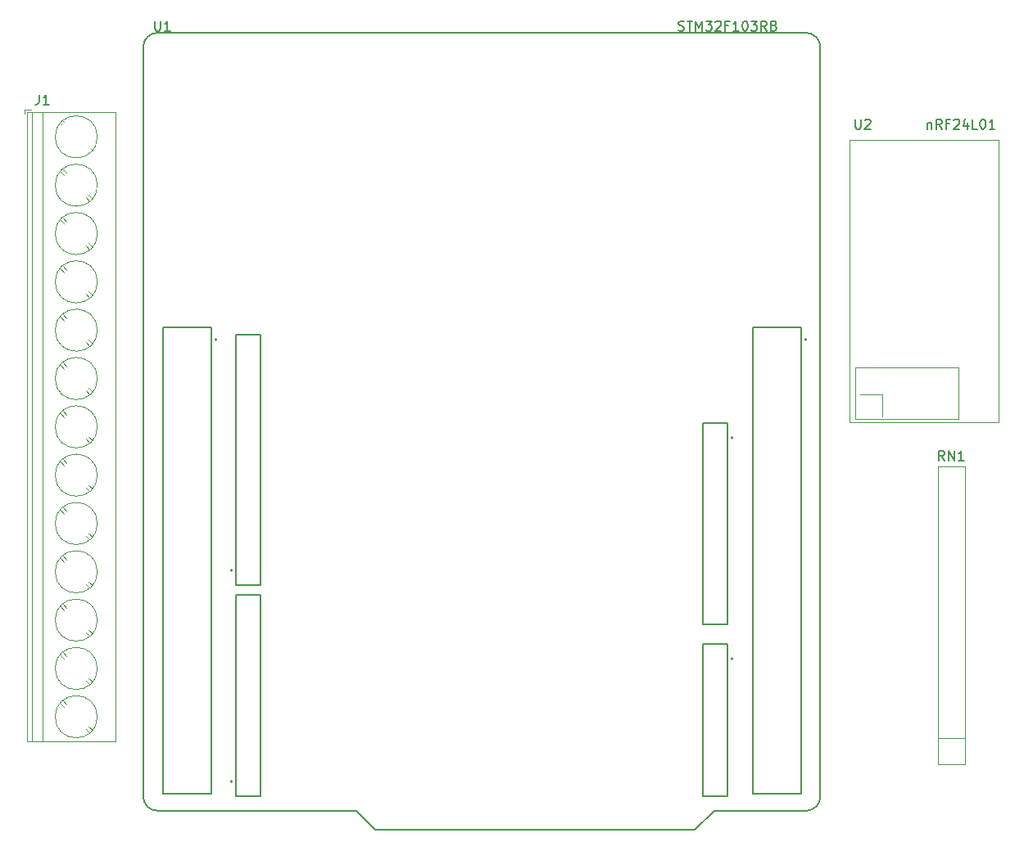
<source format=gto>
G04 #@! TF.GenerationSoftware,KiCad,Pcbnew,(6.0.11)*
G04 #@! TF.CreationDate,2023-03-04T13:29:58-06:00*
G04 #@! TF.ProjectId,STM,53544d2e-6b69-4636-9164-5f7063625858,rev?*
G04 #@! TF.SameCoordinates,Original*
G04 #@! TF.FileFunction,Legend,Top*
G04 #@! TF.FilePolarity,Positive*
%FSLAX46Y46*%
G04 Gerber Fmt 4.6, Leading zero omitted, Abs format (unit mm)*
G04 Created by KiCad (PCBNEW (6.0.11)) date 2023-03-04 13:29:58*
%MOMM*%
%LPD*%
G01*
G04 APERTURE LIST*
%ADD10C,0.150000*%
%ADD11C,0.127000*%
%ADD12C,0.200000*%
%ADD13C,0.120000*%
%ADD14R,1.530000X1.530000*%
%ADD15C,1.530000*%
%ADD16R,1.605000X1.605000*%
%ADD17C,1.605000*%
%ADD18C,3.000000*%
%ADD19R,2.600000X2.600000*%
%ADD20C,2.600000*%
%ADD21C,3.200000*%
%ADD22R,1.700000X1.700000*%
%ADD23C,1.700000*%
%ADD24R,1.600000X1.600000*%
%ADD25O,1.600000X1.600000*%
G04 APERTURE END LIST*
D10*
X121952380Y-58824761D02*
X122095238Y-58872380D01*
X122333333Y-58872380D01*
X122428571Y-58824761D01*
X122476190Y-58777142D01*
X122523809Y-58681904D01*
X122523809Y-58586666D01*
X122476190Y-58491428D01*
X122428571Y-58443809D01*
X122333333Y-58396190D01*
X122142857Y-58348571D01*
X122047619Y-58300952D01*
X122000000Y-58253333D01*
X121952380Y-58158095D01*
X121952380Y-58062857D01*
X122000000Y-57967619D01*
X122047619Y-57920000D01*
X122142857Y-57872380D01*
X122380952Y-57872380D01*
X122523809Y-57920000D01*
X122809523Y-57872380D02*
X123380952Y-57872380D01*
X123095238Y-58872380D02*
X123095238Y-57872380D01*
X123714285Y-58872380D02*
X123714285Y-57872380D01*
X124047619Y-58586666D01*
X124380952Y-57872380D01*
X124380952Y-58872380D01*
X124761904Y-57872380D02*
X125380952Y-57872380D01*
X125047619Y-58253333D01*
X125190476Y-58253333D01*
X125285714Y-58300952D01*
X125333333Y-58348571D01*
X125380952Y-58443809D01*
X125380952Y-58681904D01*
X125333333Y-58777142D01*
X125285714Y-58824761D01*
X125190476Y-58872380D01*
X124904761Y-58872380D01*
X124809523Y-58824761D01*
X124761904Y-58777142D01*
X125761904Y-57967619D02*
X125809523Y-57920000D01*
X125904761Y-57872380D01*
X126142857Y-57872380D01*
X126238095Y-57920000D01*
X126285714Y-57967619D01*
X126333333Y-58062857D01*
X126333333Y-58158095D01*
X126285714Y-58300952D01*
X125714285Y-58872380D01*
X126333333Y-58872380D01*
X127095238Y-58348571D02*
X126761904Y-58348571D01*
X126761904Y-58872380D02*
X126761904Y-57872380D01*
X127238095Y-57872380D01*
X128142857Y-58872380D02*
X127571428Y-58872380D01*
X127857142Y-58872380D02*
X127857142Y-57872380D01*
X127761904Y-58015238D01*
X127666666Y-58110476D01*
X127571428Y-58158095D01*
X128761904Y-57872380D02*
X128857142Y-57872380D01*
X128952380Y-57920000D01*
X129000000Y-57967619D01*
X129047619Y-58062857D01*
X129095238Y-58253333D01*
X129095238Y-58491428D01*
X129047619Y-58681904D01*
X129000000Y-58777142D01*
X128952380Y-58824761D01*
X128857142Y-58872380D01*
X128761904Y-58872380D01*
X128666666Y-58824761D01*
X128619047Y-58777142D01*
X128571428Y-58681904D01*
X128523809Y-58491428D01*
X128523809Y-58253333D01*
X128571428Y-58062857D01*
X128619047Y-57967619D01*
X128666666Y-57920000D01*
X128761904Y-57872380D01*
X129428571Y-57872380D02*
X130047619Y-57872380D01*
X129714285Y-58253333D01*
X129857142Y-58253333D01*
X129952380Y-58300952D01*
X130000000Y-58348571D01*
X130047619Y-58443809D01*
X130047619Y-58681904D01*
X130000000Y-58777142D01*
X129952380Y-58824761D01*
X129857142Y-58872380D01*
X129571428Y-58872380D01*
X129476190Y-58824761D01*
X129428571Y-58777142D01*
X131047619Y-58872380D02*
X130714285Y-58396190D01*
X130476190Y-58872380D02*
X130476190Y-57872380D01*
X130857142Y-57872380D01*
X130952380Y-57920000D01*
X131000000Y-57967619D01*
X131047619Y-58062857D01*
X131047619Y-58205714D01*
X131000000Y-58300952D01*
X130952380Y-58348571D01*
X130857142Y-58396190D01*
X130476190Y-58396190D01*
X131809523Y-58348571D02*
X131952380Y-58396190D01*
X132000000Y-58443809D01*
X132047619Y-58539047D01*
X132047619Y-58681904D01*
X132000000Y-58777142D01*
X131952380Y-58824761D01*
X131857142Y-58872380D01*
X131476190Y-58872380D01*
X131476190Y-57872380D01*
X131809523Y-57872380D01*
X131904761Y-57920000D01*
X131952380Y-57967619D01*
X132000000Y-58062857D01*
X132000000Y-58158095D01*
X131952380Y-58253333D01*
X131904761Y-58300952D01*
X131809523Y-58348571D01*
X131476190Y-58348571D01*
X147677619Y-68365714D02*
X147677619Y-69032380D01*
X147677619Y-68460952D02*
X147725238Y-68413333D01*
X147820476Y-68365714D01*
X147963333Y-68365714D01*
X148058571Y-68413333D01*
X148106190Y-68508571D01*
X148106190Y-69032380D01*
X149153809Y-69032380D02*
X148820476Y-68556190D01*
X148582380Y-69032380D02*
X148582380Y-68032380D01*
X148963333Y-68032380D01*
X149058571Y-68080000D01*
X149106190Y-68127619D01*
X149153809Y-68222857D01*
X149153809Y-68365714D01*
X149106190Y-68460952D01*
X149058571Y-68508571D01*
X148963333Y-68556190D01*
X148582380Y-68556190D01*
X149915714Y-68508571D02*
X149582380Y-68508571D01*
X149582380Y-69032380D02*
X149582380Y-68032380D01*
X150058571Y-68032380D01*
X150391904Y-68127619D02*
X150439523Y-68080000D01*
X150534761Y-68032380D01*
X150772857Y-68032380D01*
X150868095Y-68080000D01*
X150915714Y-68127619D01*
X150963333Y-68222857D01*
X150963333Y-68318095D01*
X150915714Y-68460952D01*
X150344285Y-69032380D01*
X150963333Y-69032380D01*
X151820476Y-68365714D02*
X151820476Y-69032380D01*
X151582380Y-67984761D02*
X151344285Y-68699047D01*
X151963333Y-68699047D01*
X152820476Y-69032380D02*
X152344285Y-69032380D01*
X152344285Y-68032380D01*
X153344285Y-68032380D02*
X153439523Y-68032380D01*
X153534761Y-68080000D01*
X153582380Y-68127619D01*
X153630000Y-68222857D01*
X153677619Y-68413333D01*
X153677619Y-68651428D01*
X153630000Y-68841904D01*
X153582380Y-68937142D01*
X153534761Y-68984761D01*
X153439523Y-69032380D01*
X153344285Y-69032380D01*
X153249047Y-68984761D01*
X153201428Y-68937142D01*
X153153809Y-68841904D01*
X153106190Y-68651428D01*
X153106190Y-68413333D01*
X153153809Y-68222857D01*
X153201428Y-68127619D01*
X153249047Y-68080000D01*
X153344285Y-68032380D01*
X154630000Y-69032380D02*
X154058571Y-69032380D01*
X154344285Y-69032380D02*
X154344285Y-68032380D01*
X154249047Y-68175238D01*
X154153809Y-68270476D01*
X154058571Y-68318095D01*
X67818095Y-57872380D02*
X67818095Y-58681904D01*
X67865714Y-58777142D01*
X67913333Y-58824761D01*
X68008571Y-58872380D01*
X68199047Y-58872380D01*
X68294285Y-58824761D01*
X68341904Y-58777142D01*
X68389523Y-58681904D01*
X68389523Y-57872380D01*
X69389523Y-58872380D02*
X68818095Y-58872380D01*
X69103809Y-58872380D02*
X69103809Y-57872380D01*
X69008571Y-58015238D01*
X68913333Y-58110476D01*
X68818095Y-58158095D01*
X55856666Y-65492380D02*
X55856666Y-66206666D01*
X55809047Y-66349523D01*
X55713809Y-66444761D01*
X55570952Y-66492380D01*
X55475714Y-66492380D01*
X56856666Y-66492380D02*
X56285238Y-66492380D01*
X56570952Y-66492380D02*
X56570952Y-65492380D01*
X56475714Y-65635238D01*
X56380476Y-65730476D01*
X56285238Y-65778095D01*
X140208095Y-68032380D02*
X140208095Y-68841904D01*
X140255714Y-68937142D01*
X140303333Y-68984761D01*
X140398571Y-69032380D01*
X140589047Y-69032380D01*
X140684285Y-68984761D01*
X140731904Y-68937142D01*
X140779523Y-68841904D01*
X140779523Y-68032380D01*
X141208095Y-68127619D02*
X141255714Y-68080000D01*
X141350952Y-68032380D01*
X141589047Y-68032380D01*
X141684285Y-68080000D01*
X141731904Y-68127619D01*
X141779523Y-68222857D01*
X141779523Y-68318095D01*
X141731904Y-68460952D01*
X141160476Y-69032380D01*
X141779523Y-69032380D01*
X149429523Y-103327380D02*
X149096190Y-102851190D01*
X148858095Y-103327380D02*
X148858095Y-102327380D01*
X149239047Y-102327380D01*
X149334285Y-102375000D01*
X149381904Y-102422619D01*
X149429523Y-102517857D01*
X149429523Y-102660714D01*
X149381904Y-102755952D01*
X149334285Y-102803571D01*
X149239047Y-102851190D01*
X148858095Y-102851190D01*
X149858095Y-103327380D02*
X149858095Y-102327380D01*
X150429523Y-103327380D01*
X150429523Y-102327380D01*
X151429523Y-103327380D02*
X150858095Y-103327380D01*
X151143809Y-103327380D02*
X151143809Y-102327380D01*
X151048571Y-102470238D01*
X150953333Y-102565476D01*
X150858095Y-102613095D01*
D11*
X136600000Y-138080000D02*
X136600000Y-60580000D01*
X136600000Y-60580000D02*
G75*
G03*
X135100000Y-59080000I-1500000J0D01*
G01*
X135100000Y-59080000D02*
X68100000Y-59080000D01*
X68100000Y-59080000D02*
G75*
G03*
X66600000Y-60580000I0J-1500000D01*
G01*
X66600000Y-60580000D02*
X66600000Y-138080000D01*
X66600000Y-138080000D02*
G75*
G03*
X68100000Y-139580000I1500000J0D01*
G01*
X68100000Y-139580000D02*
X88600000Y-139580000D01*
X88600000Y-139580000D02*
X90600000Y-141580000D01*
X90600000Y-141580000D02*
X123600000Y-141580000D01*
X123600000Y-141580000D02*
X125600000Y-139580000D01*
X125600000Y-139580000D02*
X135100000Y-139580000D01*
X135100000Y-139580000D02*
G75*
G03*
X136600000Y-138080000I0J1500000D01*
G01*
X126980000Y-99460000D02*
X126980000Y-120280000D01*
X126980000Y-120280000D02*
X124480000Y-120280000D01*
X124480000Y-120280000D02*
X124480000Y-99460000D01*
X124480000Y-99460000D02*
X126980000Y-99460000D01*
D12*
X127580000Y-100980000D02*
G75*
G03*
X127580000Y-100980000I-100000J0D01*
G01*
D11*
X76220000Y-138060000D02*
X76220000Y-117240000D01*
X76220000Y-117240000D02*
X78720000Y-117240000D01*
X78720000Y-117240000D02*
X78720000Y-138060000D01*
X78720000Y-138060000D02*
X76220000Y-138060000D01*
D12*
X75820000Y-136540000D02*
G75*
G03*
X75820000Y-136540000I-100000J0D01*
G01*
D11*
X126980000Y-122320000D02*
X126980000Y-138060000D01*
X126980000Y-138060000D02*
X124480000Y-138060000D01*
X124480000Y-138060000D02*
X124480000Y-122320000D01*
X124480000Y-122320000D02*
X126980000Y-122320000D01*
D12*
X127580000Y-123840000D02*
G75*
G03*
X127580000Y-123840000I-100000J0D01*
G01*
D11*
X76220000Y-116220000D02*
X76220000Y-90320000D01*
X76220000Y-90320000D02*
X78720000Y-90320000D01*
X78720000Y-90320000D02*
X78720000Y-116220000D01*
X78720000Y-116220000D02*
X76220000Y-116220000D01*
D12*
X75820000Y-114700000D02*
G75*
G03*
X75820000Y-114700000I-100000J0D01*
G01*
D11*
X73620000Y-89550000D02*
X73620000Y-137810000D01*
X73620000Y-137810000D02*
X68620000Y-137810000D01*
X68620000Y-137810000D02*
X68620000Y-89550000D01*
X68620000Y-89550000D02*
X73620000Y-89550000D01*
X134580000Y-89550000D02*
X134580000Y-137810000D01*
X134580000Y-137810000D02*
X129580000Y-137810000D01*
X129580000Y-137810000D02*
X129580000Y-89550000D01*
X129580000Y-89550000D02*
X134580000Y-89550000D01*
D12*
X135200000Y-90820000D02*
G75*
G03*
X135200000Y-90820000I-100000J0D01*
G01*
X74240000Y-90820000D02*
G75*
G03*
X74240000Y-90820000I-100000J0D01*
G01*
D13*
X58416000Y-108843000D02*
X58036000Y-108463000D01*
X58698000Y-108592000D02*
X58302000Y-108197000D01*
X63750000Y-67290000D02*
X54630000Y-67290000D01*
X58698000Y-78592000D02*
X58302000Y-78197000D01*
X55030000Y-67050000D02*
X54390000Y-67050000D01*
X61078000Y-71504000D02*
X60971000Y-71397000D01*
X58698000Y-113592000D02*
X58302000Y-113197000D01*
X58416000Y-88843000D02*
X58036000Y-88463000D01*
X58698000Y-93592000D02*
X58302000Y-93197000D01*
X58698000Y-123592000D02*
X58302000Y-123197000D01*
X61078000Y-116504000D02*
X60682000Y-116109000D01*
X63750000Y-132410000D02*
X54630000Y-132410000D01*
X58698000Y-83592000D02*
X58302000Y-83197000D01*
X58698000Y-73592000D02*
X58302000Y-73197000D01*
X61344000Y-121238000D02*
X60964000Y-120858000D01*
X61344000Y-101238000D02*
X60964000Y-100858000D01*
X58698000Y-103592000D02*
X58302000Y-103197000D01*
X61078000Y-126504000D02*
X60682000Y-126109000D01*
X61344000Y-106238000D02*
X60964000Y-105858000D01*
X58416000Y-123843000D02*
X58036000Y-123463000D01*
X58416000Y-78843000D02*
X58036000Y-78463000D01*
X61078000Y-111504000D02*
X60682000Y-111109000D01*
X61344000Y-111238000D02*
X60964000Y-110858000D01*
X54390000Y-67050000D02*
X54390000Y-67450000D01*
X61078000Y-86504000D02*
X60682000Y-86109000D01*
X58698000Y-118592000D02*
X58302000Y-118197000D01*
X58416000Y-98843000D02*
X58036000Y-98463000D01*
X61078000Y-106504000D02*
X60682000Y-106109000D01*
X58416000Y-73843000D02*
X58036000Y-73463000D01*
X58143000Y-68568000D02*
X58036000Y-68462000D01*
X55090000Y-67290000D02*
X55090000Y-132410000D01*
X61078000Y-131504000D02*
X60682000Y-131109000D01*
X58416000Y-113843000D02*
X58036000Y-113463000D01*
X58409000Y-68302000D02*
X58302000Y-68196000D01*
X58416000Y-128843000D02*
X58036000Y-128463000D01*
X61344000Y-86238000D02*
X60964000Y-85858000D01*
X61078000Y-91504000D02*
X60682000Y-91109000D01*
X61344000Y-116238000D02*
X60964000Y-115858000D01*
X58416000Y-103843000D02*
X58036000Y-103463000D01*
X61344000Y-91238000D02*
X60964000Y-90858000D01*
X58698000Y-88592000D02*
X58302000Y-88197000D01*
X61344000Y-126238000D02*
X60964000Y-125858000D01*
X61078000Y-81504000D02*
X60682000Y-81109000D01*
X58416000Y-83843000D02*
X58036000Y-83463000D01*
X61078000Y-101504000D02*
X60682000Y-101109000D01*
X61344000Y-96238000D02*
X60964000Y-95858000D01*
X58698000Y-128592000D02*
X58302000Y-128197000D01*
X56190000Y-67290000D02*
X56190000Y-132410000D01*
X54630000Y-67290000D02*
X54630000Y-132410000D01*
X61078000Y-76504000D02*
X60682000Y-76109000D01*
X61344000Y-76238000D02*
X60964000Y-75858000D01*
X58416000Y-118843000D02*
X58036000Y-118463000D01*
X63750000Y-67290000D02*
X63750000Y-132410000D01*
X61078000Y-96504000D02*
X60682000Y-96109000D01*
X61078000Y-121504000D02*
X60682000Y-121109000D01*
X61344000Y-131238000D02*
X60964000Y-130858000D01*
X61344000Y-81238000D02*
X60964000Y-80858000D01*
X61344000Y-71238000D02*
X61237000Y-71131000D01*
X58416000Y-93843000D02*
X58036000Y-93463000D01*
X58698000Y-98592000D02*
X58302000Y-98197000D01*
X61870000Y-74850000D02*
G75*
G03*
X61870000Y-74850000I-2180000J0D01*
G01*
X61870000Y-129850000D02*
G75*
G03*
X61870000Y-129850000I-2180000J0D01*
G01*
X61870000Y-104850000D02*
G75*
G03*
X61870000Y-104850000I-2180000J0D01*
G01*
X61870000Y-69850000D02*
G75*
G03*
X61870000Y-69850000I-2180000J0D01*
G01*
X61870000Y-89850000D02*
G75*
G03*
X61870000Y-89850000I-2180000J0D01*
G01*
X61870000Y-84850000D02*
G75*
G03*
X61870000Y-84850000I-2180000J0D01*
G01*
X61870000Y-119850000D02*
G75*
G03*
X61870000Y-119850000I-2180000J0D01*
G01*
X61870000Y-109850000D02*
G75*
G03*
X61870000Y-109850000I-2180000J0D01*
G01*
X61870000Y-94850000D02*
G75*
G03*
X61870000Y-94850000I-2180000J0D01*
G01*
X61870000Y-124850000D02*
G75*
G03*
X61870000Y-124850000I-2180000J0D01*
G01*
X61870000Y-79850000D02*
G75*
G03*
X61870000Y-79850000I-2180000J0D01*
G01*
X61870000Y-114850000D02*
G75*
G03*
X61870000Y-114850000I-2180000J0D01*
G01*
X61870000Y-99850000D02*
G75*
G03*
X61870000Y-99850000I-2180000J0D01*
G01*
X139595000Y-99390000D02*
X139595000Y-99390000D01*
X150839000Y-93726000D02*
X150839000Y-99060000D01*
X140679000Y-96520000D02*
X142965000Y-96520000D01*
X150839000Y-99060000D02*
X150839000Y-99060000D01*
X140171000Y-99060000D02*
X140171000Y-93726000D01*
X155045000Y-99390000D02*
X139595000Y-99390000D01*
X142965000Y-96520000D02*
X142965000Y-98806000D01*
X150839000Y-99060000D02*
X140171000Y-99060000D01*
X139595000Y-99390000D02*
X139595000Y-70190000D01*
X140171000Y-99060000D02*
X140171000Y-99060000D01*
X142965000Y-98806000D02*
X142965000Y-98806000D01*
X155045000Y-70190000D02*
X155045000Y-99390000D01*
X139595000Y-70190000D02*
X155045000Y-70190000D01*
X140171000Y-93726000D02*
X150839000Y-93726000D01*
X148720000Y-132095000D02*
X151520000Y-132095000D01*
X151520000Y-134805000D02*
X151520000Y-103985000D01*
X148720000Y-134805000D02*
X151520000Y-134805000D01*
X151520000Y-103985000D02*
X148720000Y-103985000D01*
X148720000Y-103985000D02*
X148720000Y-134805000D01*
%LPC*%
D14*
X133350000Y-90820000D03*
D15*
X133350000Y-136540000D03*
X130810000Y-90820000D03*
X133350000Y-93360000D03*
X130810000Y-93360000D03*
X133350000Y-95900000D03*
X130810000Y-95900000D03*
X133350000Y-98440000D03*
X130810000Y-98440000D03*
X133350000Y-100980000D03*
X130810000Y-100980000D03*
X133350000Y-103520000D03*
X130810000Y-103520000D03*
X133350000Y-106060000D03*
X130810000Y-106060000D03*
X133350000Y-108600000D03*
X130810000Y-108600000D03*
X133350000Y-111140000D03*
X130810000Y-111140000D03*
X133350000Y-113680000D03*
X130810000Y-113680000D03*
X133350000Y-116220000D03*
X130810000Y-116220000D03*
X133350000Y-118760000D03*
X130810000Y-118760000D03*
X133350000Y-121300000D03*
X130810000Y-121300000D03*
X133350000Y-123840000D03*
X130810000Y-123840000D03*
X133350000Y-126380000D03*
X130810000Y-126380000D03*
X133350000Y-128920000D03*
X130810000Y-128920000D03*
X133350000Y-131460000D03*
X130810000Y-131460000D03*
X133350000Y-134000000D03*
X130810000Y-134000000D03*
X130810000Y-136540000D03*
D14*
X72390000Y-90820000D03*
D15*
X72390000Y-136540000D03*
X69850000Y-90820000D03*
X72390000Y-93360000D03*
X69850000Y-93360000D03*
X72390000Y-95900000D03*
X69850000Y-95900000D03*
X72390000Y-98440000D03*
X69850000Y-98440000D03*
X72390000Y-100980000D03*
X69850000Y-100980000D03*
X72390000Y-103520000D03*
X69850000Y-103520000D03*
X72390000Y-106060000D03*
X69850000Y-106060000D03*
X72390000Y-108600000D03*
X69850000Y-108600000D03*
X72390000Y-111140000D03*
X69850000Y-111140000D03*
X72390000Y-113680000D03*
X69850000Y-113680000D03*
X72390000Y-116220000D03*
X69850000Y-116220000D03*
X72390000Y-118760000D03*
X69850000Y-118760000D03*
X72390000Y-121300000D03*
X69850000Y-121300000D03*
X72390000Y-123840000D03*
X69850000Y-123840000D03*
X72390000Y-126380000D03*
X69850000Y-126380000D03*
X72390000Y-128920000D03*
X69850000Y-128920000D03*
X72390000Y-131460000D03*
X69850000Y-131460000D03*
X72390000Y-134000000D03*
X69850000Y-134000000D03*
X69850000Y-136540000D03*
D16*
X125730000Y-100980000D03*
D17*
X125730000Y-103520000D03*
X125730000Y-106060000D03*
X125730000Y-108600000D03*
X125730000Y-111140000D03*
X125730000Y-113680000D03*
X125730000Y-116220000D03*
X125730000Y-118760000D03*
D16*
X77470000Y-136540000D03*
D17*
X77470000Y-134000000D03*
X77470000Y-131460000D03*
X77470000Y-128920000D03*
X77470000Y-126380000D03*
X77470000Y-123840000D03*
X77470000Y-121300000D03*
X77470000Y-118760000D03*
D16*
X125730000Y-123840000D03*
D17*
X125730000Y-126380000D03*
X125730000Y-128920000D03*
X125730000Y-131460000D03*
X125730000Y-134000000D03*
X125730000Y-136540000D03*
D16*
X77470000Y-114700000D03*
D17*
X77470000Y-112160000D03*
X77470000Y-109620000D03*
X77470000Y-107080000D03*
X77470000Y-104540000D03*
X77470000Y-102000000D03*
X77470000Y-99460000D03*
X77470000Y-96920000D03*
X77470000Y-94380000D03*
X77470000Y-91840000D03*
D18*
X92710000Y-139080000D03*
X77470000Y-88280000D03*
X125730000Y-87010000D03*
D19*
X59690000Y-69850000D03*
D20*
X59690000Y-74850000D03*
X59690000Y-79850000D03*
X59690000Y-84850000D03*
X59690000Y-89850000D03*
X59690000Y-94850000D03*
X59690000Y-99850000D03*
X59690000Y-104850000D03*
X59690000Y-109850000D03*
X59690000Y-114850000D03*
X59690000Y-119850000D03*
X59690000Y-124850000D03*
X59690000Y-129850000D03*
D21*
X58420000Y-139700000D03*
X152400000Y-60960000D03*
D22*
X141695000Y-97790000D03*
D23*
X141695000Y-95250000D03*
X144235000Y-97790000D03*
X144235000Y-95250000D03*
X146775000Y-97790000D03*
X146775000Y-95250000D03*
X149315000Y-97790000D03*
X149315000Y-95250000D03*
D24*
X150120000Y-133365000D03*
D25*
X150120000Y-130825000D03*
X150120000Y-128285000D03*
X150120000Y-125745000D03*
X150120000Y-123205000D03*
X150120000Y-120665000D03*
X150120000Y-118125000D03*
X150120000Y-115585000D03*
X150120000Y-113045000D03*
X150120000Y-110505000D03*
X150120000Y-107965000D03*
X150120000Y-105425000D03*
D21*
X59080000Y-60960000D03*
X152400000Y-139700000D03*
M02*

</source>
